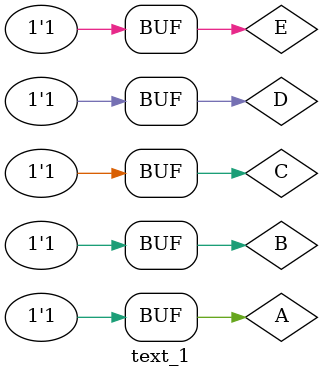
<source format=v>
`timescale 1ns / 1ps


module text_1;

	// Inputs
	reg A;
	reg B;
	reg C;
	reg D;
	reg E;

	// Outputs
	wire Y;

	// Instantiate the Unit Under Test (UUT)
	Demo_1 uut (
		.A(A), 
		.B(B), 
		.C(C), 
		.D(D), 
		.E(E), 
		.Y(Y)
	);

	initial begin
		// Initialize Inputs
		A = 0;
		B = 0;
		C = 0;
		D = 0;
		E = 0;

		// Wait 100 ns for global reset to finish
		#100;
        
		// Add stimulus here
		#100;
		A=1;B=1;C=1;D=0;E=0;
		#100;
		A=1;B=0;C=0;D=0;E=0;
		#100;
		A=1;B=1;C=1;D=1;E=1;

	end
      
endmodule


</source>
